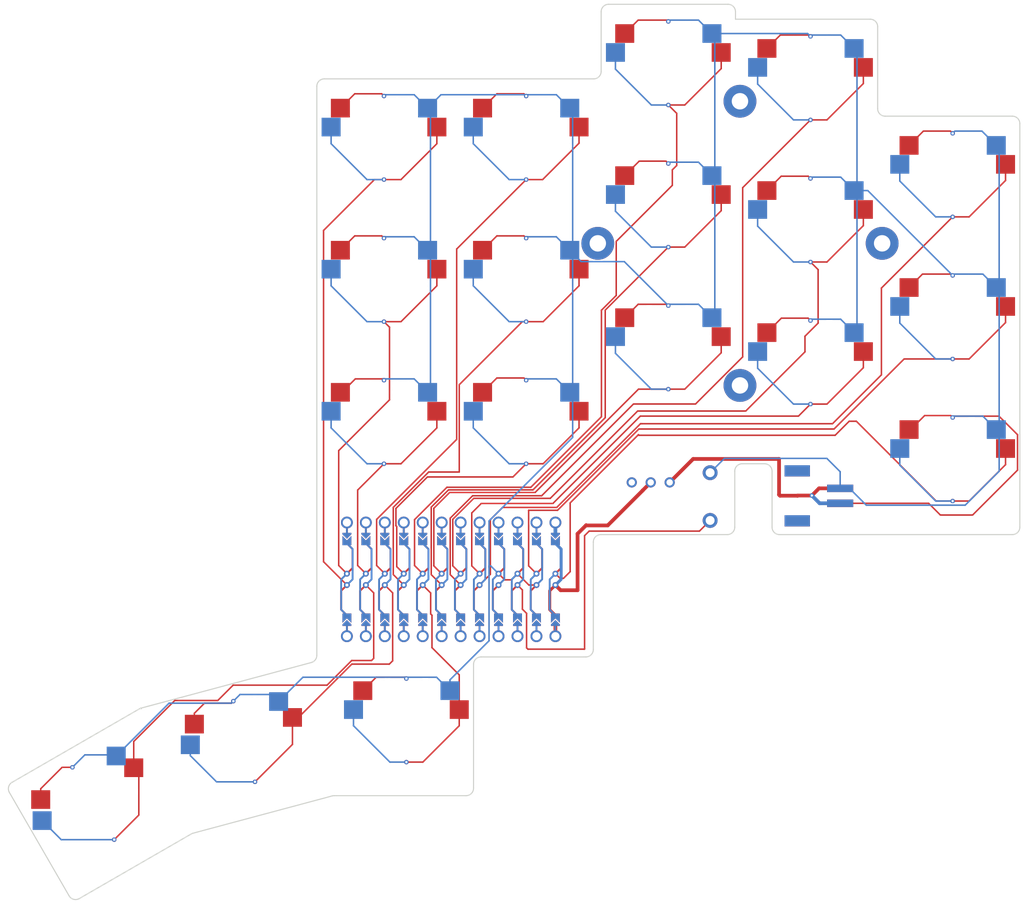
<source format=kicad_pcb>
(kicad_pcb (version 20211014) (generator pcbnew)
  (title_block (title "t_rexth") (rev "v1.0.0") (company "Unknown"))
  (layers (0 "F.Cu" signal) (31 "B.Cu" signal) (34 "B.Paste" user) (35 "F.Paste" user) (36 "B.SilkS" user "B.Silkscreen") (37 "F.SilkS" user "F.Silkscreen") (38 "B.Mask" user) (39 "F.Mask" user) (44 "Edge.Cuts" user))
  (net 0 "")
  (net 1 "P8")
  (net 2 "GND")
  (net 3 "P9")
  (net 4 "P10")
  (net 5 "P6")
  (net 6 "P15")
  (net 7 "P7")
  (net 8 "P4")
  (net 9 "P19")
  (net 10 "P5")
  (net 11 "P2")
  (net 12 "P3")
  (net 13 "P20")
  (net 14 "P1")
  (net 15 "P0")
  (net 16 "P21")
  (net 17 "P18")
  (net 18 "P14")
  (net 19 "P16")
  (net 20 "RAW")
  (net 21 "RST")
  (net 22 "VCC")
  (net 23 "BATT")
  (footprint "MX" (layer "F.Cu") (at 178.1 111.9)
    (fp_text reference "S9" hide)
    (fp_text value "" hide)
  )
  (footprint "VIA-0.6mm" (layer "F.Cu") (at 197.3326 168.7576)
    (fp_text reference "REF**" hide)
    (fp_text value "VIA-0.6mm" hide)
  )
  (footprint "MX" (layer "F.Cu") (at 197.15 132.95)
    (fp_text reference "S11" hide)
    (fp_text value "" hide)
  )
  (footprint "Tenting Puck" (layer "F.Cu") (at 187.7 134.95)
    (fp_text reference "_2" hide)
    (fp_text value "")
  )
  (footprint "MX" (layer "F.Cu") (at 216.2 126.9)
    (fp_text reference "S15" hide)
    (fp_text value "" hide)
  )
  (footprint "PTS636" (layer "F.Cu") (at 183.7 168.9 -90)
    (fp_text reference "B1" hide)
    (fp_text value "RST")
  )
  (footprint "MX" (layer "F.Cu") (at 121.55 202.8 15)
    (fp_text reference "S17" hide)
    (fp_text value "" hide)
  )
  (footprint "MX" (layer "F.Cu") (at 143 200)
    (fp_text reference "S16" hide)
    (fp_text value "" hide)
  )
  (footprint "MX" (layer "F.Cu") (at 159.05 140.95)
    (fp_text reference "S5" hide)
    (fp_text value "" hide)
  )
  (footprint "MX" (layer "F.Cu") (at 159.05 160)
    (fp_text reference "S4" hide)
    (fp_text value "" hide)
  )
  (footprint "MX" (layer "F.Cu") (at 178.1 150)
    (fp_text reference "S7" hide)
    (fp_text value "" hide)
  )
  (footprint "MX" (layer "F.Cu") (at 140 160)
    (fp_text reference "S1" hide)
    (fp_text value "" hide)
  )
  (footprint "SWITCH_09-10290_EOZ" (layer "F.Cu") (at 173.2 167)
    (fp_text reference "T1" hide)
    (fp_text value "")
  )
  (footprint "MX" (layer "F.Cu") (at 140 140.95)
    (fp_text reference "S2" hide)
    (fp_text value "" hide)
  )
  (footprint "MX" (layer "F.Cu") (at 140 121.9)
    (fp_text reference "S3" hide)
    (fp_text value "" hide)
  )
  (footprint "17754692" (layer "F.Cu") (at 197.2 168.8 90)
    (fp_text reference "JST_PH_SMD1" hide)
    (fp_text value "17754692" hide)
  )
  (footprint "MX" (layer "F.Cu") (at 197.15 152)
    (fp_text reference "S10" hide)
    (fp_text value "" hide)
  )
  (footprint "MX" (layer "F.Cu") (at 178.1 130.95)
    (fp_text reference "S8" hide)
    (fp_text value "" hide)
  )
  (footprint "MX" (layer "F.Cu") (at 101.6 211 30)
    (fp_text reference "S18" hide)
    (fp_text value "" hide)
  )
  (footprint "MX" (layer "F.Cu") (at 216.2 145.95)
    (fp_text reference "S14" hide)
    (fp_text value "" hide)
  )
  (footprint "MX" (layer "F.Cu") (at 197.15 113.9)
    (fp_text reference "S12" hide)
    (fp_text value "" hide)
  )
  (footprint "ProMicro" (layer "F.Cu") (at 149 180 180)
    (fp_text reference "MCU1" hide)
    (fp_text value "")
  )
  (footprint "MX" (layer "F.Cu") (at 159.05 121.9)
    (fp_text reference "S6" hide)
    (fp_text value "" hide)
  )
  (footprint "MX" (layer "F.Cu") (at 216.2 165)
    (fp_text reference "S13" hide)
    (fp_text value "" hide)
  )
  (gr_line (start 225.2 173) (end 225.2 118.9) (layer "Edge.Cuts") (width 0.15))
  (gr_line (start 107.405702 197.255771) (end 107.458617 197.347422) (layer "Edge.Cuts") (width 0.15))
  (gr_arc (start 131 113.9) (mid 131.292893 113.192893) (end 132 112.9) (layer "Edge.Cuts") (width 0.15))
  (gr_line (start 107.436333 197.26426) (end 130.258819 191.148993) (layer "Edge.Cuts") (width 0.15))
  (gr_arc (start 114.185466 214.126082) (mid 114.302783 214.068228) (end 114.426647 214.026182) (layer "Edge.Cuts") (width 0.15))
  (gr_line (start 187.1 104.9) (end 205.15 104.9) (layer "Edge.Cuts") (width 0.15))
  (gr_arc (start 152 191.4) (mid 152.292893 190.692893) (end 153 190.4) (layer "Edge.Cuts") (width 0.15))
  (gr_arc (start 186.1 102.9) (mid 186.807107 103.192893) (end 187.1 103.9) (layer "Edge.Cuts") (width 0.15))
  (gr_arc (start 187 173) (mid 186.707107 173.707107) (end 186 174) (layer "Edge.Cuts") (width 0.15))
  (gr_arc (start 130.999999 190.183068) (mid 130.793353 190.791829) (end 130.258819 191.148993) (layer "Edge.Cuts") (width 0.15))
  (gr_arc (start 205.15 104.9) (mid 205.857107 105.192893) (end 206.15 105.9) (layer "Edge.Cuts") (width 0.15))
  (gr_line (start 131 190.183068) (end 131 113.9) (layer "Edge.Cuts") (width 0.15))
  (gr_arc (start 89.805771 208.571797) (mid 89.705871 207.812978) (end 90.171797 207.205771) (layer "Edge.Cuts") (width 0.15))
  (gr_line (start 133.316267 209) (end 151 209) (layer "Edge.Cuts") (width 0.15))
  (gr_line (start 107.458617 197.347422) (end 107.436333 197.26426) (layer "Edge.Cuts") (width 0.15))
  (gr_line (start 191 164.5) (end 188 164.5) (layer "Edge.Cuts") (width 0.15))
  (gr_line (start 206.15 116.9) (end 206.15 105.9) (layer "Edge.Cuts") (width 0.15))
  (gr_line (start 132 112.9) (end 168.1 112.9) (layer "Edge.Cuts") (width 0.15))
  (gr_line (start 169.05 174) (end 186 174) (layer "Edge.Cuts") (width 0.15))
  (gr_line (start 193 174) (end 224.2 174) (layer "Edge.Cuts") (width 0.15))
  (gr_line (start 152 208) (end 152 191.4) (layer "Edge.Cuts") (width 0.15))
  (gr_arc (start 133.057448 209.034074) (mid 133.185741 209.008555) (end 133.316267 209) (layer "Edge.Cuts") (width 0.15))
  (gr_arc (start 191 164.5) (mid 191.707107 164.792893) (end 192 165.5) (layer "Edge.Cuts") (width 0.15))
  (gr_arc (start 224.2 117.9) (mid 224.907107 118.192893) (end 225.2 118.9) (layer "Edge.Cuts") (width 0.15))
  (gr_arc (start 152 208) (mid 151.707107 208.707107) (end 151 209) (layer "Edge.Cuts") (width 0.15))
  (gr_line (start 169.1 111.9) (end 169.1 103.9) (layer "Edge.Cuts") (width 0.15))
  (gr_line (start 187.1 104.9) (end 187.1 103.9) (layer "Edge.Cuts") (width 0.15))
  (gr_arc (start 169.1 103.9) (mid 169.392893 103.192893) (end 170.1 102.9) (layer "Edge.Cuts") (width 0.15))
  (gr_arc (start 193 174) (mid 192.292893 173.707107) (end 192 173) (layer "Edge.Cuts") (width 0.15))
  (gr_arc (start 99.171797 222.794229) (mid 98.412978 222.894129) (end 97.805771 222.428203) (layer "Edge.Cuts") (width 0.15))
  (gr_line (start 207.15 117.9) (end 224.2 117.9) (layer "Edge.Cuts") (width 0.15))
  (gr_arc (start 169.1 111.9) (mid 168.807107 112.607107) (end 168.1 112.9) (layer "Edge.Cuts") (width 0.15))
  (gr_arc (start 168.05 175) (mid 168.342893 174.292893) (end 169.05 174) (layer "Edge.Cuts") (width 0.15))
  (gr_line (start 168.05 175) (end 168.05 189.4) (layer "Edge.Cuts") (width 0.15))
  (gr_arc (start 187 165.5) (mid 187.292893 164.792893) (end 188 164.5) (layer "Edge.Cuts") (width 0.15))
  (gr_line (start 90.171797 207.205771) (end 107.405702 197.255771) (layer "Edge.Cuts") (width 0.15))
  (gr_line (start 89.805771 208.571797) (end 97.805771 222.428203) (layer "Edge.Cuts") (width 0.15))
  (gr_arc (start 168.05 189.4) (mid 167.757107 190.107107) (end 167.05 190.4) (layer "Edge.Cuts") (width 0.15))
  (gr_arc (start 207.15 117.9) (mid 206.442893 117.607107) (end 206.15 116.9) (layer "Edge.Cuts") (width 0.15))
  (gr_line (start 187 165.5) (end 187 173) (layer "Edge.Cuts") (width 0.15))
  (gr_line (start 186.1 102.9) (end 170.1 102.9) (layer "Edge.Cuts") (width 0.15))
  (gr_line (start 114.426647 214.026182) (end 133.057448 209.034074) (layer "Edge.Cuts") (width 0.15))
  (gr_line (start 153 190.4) (end 167.05 190.4) (layer "Edge.Cuts") (width 0.15))
  (gr_line (start 192 173) (end 192 165.5) (layer "Edge.Cuts") (width 0.15))
  (gr_arc (start 225.2 173) (mid 224.907107 173.707107) (end 224.2 174) (layer "Edge.Cuts") (width 0.15))
  (gr_line (start 99.171797 222.794229) (end 114.185466 214.126083) (layer "Edge.Cuts") (width 0.15))
  (segment (start 162.97 187.62) (end 162.97 186.35) (width 0.5) (layer "F.Cu") (net 0))
  (segment (start 162.97 172.38) (end 162.97 174.158) (width 0.5) (layer "B.Cu") (net 0))
  (segment (start 140 164.5) (end 136.470489 168.029511) (width 0.2) (layer "F.Cu") (net 1))
  (segment (start 147.085 157.46) (end 147.085 159.692653) (width 0.2) (layer "F.Cu") (net 1))
  (segment (start 142.277653 164.5) (end 140 164.5) (width 0.2) (layer "F.Cu") (net 1))
  (segment (start 136.470489 178.138489) (end 137.57 179.238) (width 0.2) (layer "F.Cu") (net 1))
  (segment (start 136.470489 168.029511) (end 136.470489 178.138489) (width 0.2) (layer "F.Cu") (net 1))
  (segment (start 147.085 159.692653) (end 142.277653 164.5) (width 0.2) (layer "F.Cu") (net 1))
  (segment (start 132.915 157.46) (end 132.915 159.692653) (width 0.2) (layer "B.Cu") (net 1))
  (segment (start 137.722347 164.5) (end 140 164.5) (width 0.2) (layer "B.Cu") (net 1))
  (segment (start 132.915 159.692653) (end 137.722347 164.5) (width 0.2) (layer "B.Cu") (net 1))
  (segment (start 201.125 169.8) (end 212.98 169.8) (width 0.2) (layer "F.Cu") (net 2))
  (segment (start 174.057521 143.120479) (end 177.920479 143.120479) (width 0.2) (layer "F.Cu") (net 2))
  (segment (start 193.2448 144.9832) (end 196.8332 144.9832) (width 0.2) (layer "F.Cu") (net 2))
  (segment (start 155.128 114.9) (end 158.75 114.9) (width 0.2) (layer "F.Cu") (net 2))
  (segment (start 196.970479 107.020479) (end 197.15 107.2) (width 0.2) (layer "F.Cu") (net 2))
  (segment (start 216.020479 139.070479) (end 216.2 139.25) (width 0.2) (layer "F.Cu") (net 2))
  (segment (start 160.43 180.762) (end 159.414 180.762) (width 0.2) (layer "F.Cu") (net 2))
  (segment (start 177.920479 105.020479) (end 178.1 105.2) (width 0.2) (layer "F.Cu") (net 2))
  (segment (start 210.5644 159.92) (end 212.4456 158.0388) (width 0.2) (layer "F.Cu") (net 2))
  (segment (start 153.208 154.92) (end 155.128 153) (width 0.2) (layer "F.Cu") (net 2))
  (segment (start 136.078 114.9) (end 139.7 114.9) (width 0.2) (layer "F.Cu") (net 2))
  (segment (start 139.7 114.9) (end 140 115.2) (width 0.2) (layer "F.Cu") (net 2))
  (segment (start 214.5538 171.3738) (end 218.8718 171.3738) (width 0.2) (layer "F.Cu") (net 2))
  (segment (start 136.078 133.95) (end 139.7 133.95) (width 0.2) (layer "F.Cu") (net 2))
  (segment (start 156.1726 180.0606) (end 157.0674 180.0606) (width 0.2) (layer "F.Cu") (net 2))
  (segment (start 210.358 159.92) (end 210.5644 159.92) (width 0.2) (layer "F.Cu") (net 2))
  (segment (start 224.8916 160.6042) (end 222.407879 158.120479) (width 0.2) (layer "F.Cu") (net 2))
  (segment (start 158.75 153) (end 159.05 153.3) (width 0.2) (layer "F.Cu") (net 2))
  (segment (start 158.75 133.95) (end 159.05 134.25) (width 0.2) (layer "F.Cu") (net 2))
  (segment (start 212.278 119.9) (end 215.9 119.9) (width 0.2) (layer "F.Cu") (net 2))
  (segment (start 96.874641 205.19763) (end 98.25 205.19763) (width 0.2) (layer "F.Cu") (net 2))
  (segment (start 134.158 154.92) (end 134.3606 154.92) (width 0.2) (layer "F.Cu") (net 2))
  (segment (start 139.7 133.95) (end 140 134.25) (width 0.2) (layer "F.Cu") (net 2))
  (segment (start 222.407879 158.120479) (end 216.379521 158.120479) (width 0.2) (layer "F.Cu") (net 2))
  (segment (start 210.358 121.82) (end 212.278 119.9) (width 0.2) (layer "F.Cu") (net 2))
  (segment (start 94.00068 209.521591) (end 94.00068 208.071591) (width 0.2) (layer "F.Cu") (net 2))
  (segment (start 177.7766 123.9266) (end 178.1 124.25) (width 0.2) (layer "F.Cu") (net 2))
  (segment (start 142.820479 193.120479) (end 143 193.3) (width 0.2) (layer "F.Cu") (net 2))
  (segment (start 153.208 135.87) (end 155.128 133.95) (width 0.2) (layer "F.Cu") (net 2))
  (segment (start 172.258 106.82) (end 174.057521 105.020479) (width 0.2) (layer "F.Cu") (net 2))
  (segment (start 114.592261 197.955118) (end 115.951379 196.596) (width 0.2) (layer "F.Cu") (net 2))
  (segment (start 115.951379 196.596) (end 119.548209 196.596) (width 0.2) (layer "F.Cu") (net 2))
  (segment (start 155.35 179.238) (end 156.1726 180.0606) (width 0.2) (layer "F.Cu") (net 2))
  (segment (start 174.2014 123.9266) (end 177.7766 123.9266) (width 0.2) (layer "F.Cu") (net 2))
  (segment (start 196.8332 144.9832) (end 197.15 145.3) (width 0.2) (layer "F.Cu") (net 2))
  (segment (start 191.308 146.92) (end 193.2448 144.9832) (width 0.2) (layer "F.Cu") (net 2))
  (segment (start 136.160121 153.120479) (end 139.820479 153.120479) (width 0.2) (layer "F.Cu") (net 2))
  (segment (start 159.414 180.762) (end 157.89 179.238) (width 0.2) (layer "F.Cu") (net 2))
  (segment (start 177.920479 143.120479) (end 178.1 143.3) (width 0.2) (layer "F.Cu") (net 2))
  (segment (start 172.258 144.92) (end 174.057521 143.120479) (width 0.2) (layer "F.Cu") (net 2))
  (segment (start 196.85 125.95) (end 197.15 126.25) (width 0.2) (layer "F.Cu") (net 2))
  (segment (start 193.228 125.95) (end 196.85 125.95) (width 0.2) (layer "F.Cu") (net 2))
  (segment (start 134.158 135.87) (end 136.078 133.95) (width 0.2) (layer "F.Cu") (net 2))
  (segment (start 138.957521 193.120479) (end 142.820479 193.120479) (width 0.2) (layer "F.Cu") (net 2))
  (segment (start 134.3606 154.92) (end 136.160121 153.120479) (width 0.2) (layer "F.Cu") (net 2))
  (segment (start 210.358 140.87) (end 212.157521 139.070479) (width 0.2) (layer "F.Cu") (net 2))
  (segment (start 216.379521 158.120479) (end 216.2 158.3) (width 0.2) (layer "F.Cu") (net 2))
  (segment (start 215.9388 158.0388) (end 216.2 158.3) (width 0.2) (layer "F.Cu") (net 2))
  (segment (start 224.8916 165.354) (end 224.8916 160.6042) (width 0.2) (layer "F.Cu") (net 2))
  (segment (start 114.592261 199.405118) (end 114.592261 197.955118) (width 0.2) (layer "F.Cu") (net 2))
  (segment (start 212.4456 158.0388) (end 215.9388 158.0388) (width 0.2) (layer "F.Cu") (net 2))
  (segment (start 174.057521 105.020479) (end 177.920479 105.020479) (width 0.2) (layer "F.Cu") (net 2))
  (segment (start 139.820479 153.120479) (end 140 153.3) (width 0.2) (layer "F.Cu") (net 2))
  (segment (start 94.00068 208.071591) (end 96.874641 205.19763) (width 0.2) (layer "F.Cu") (net 2))
  (segment (start 191.308 127.87) (end 193.228 125.95) (width 0.2) (layer "F.Cu") (net 2))
  (segment (start 191.308 108.82) (end 193.107521 107.020479) (width 0.2) (layer "F.Cu") (net 2))
  (segment (start 155.128 153) (end 158.75 153) (width 0.2) (layer "F.Cu") (net 2))
  (segment (start 172.258 125.87) (end 174.2014 123.9266) (width 0.2) (layer "F.Cu") (net 2))
  (segment (start 134.158 116.82) (end 136.078 114.9) (width 0.2) (layer "F.Cu") (net 2))
  (segment (start 212.157521 139.070479) (end 216.020479 139.070479) (width 0.2) (layer "F.Cu") (net 2))
  (segment (start 215.9 119.9) (end 216.2 120.2) (width 0.2) (layer "F.Cu") (net 2))
  (segment (start 158.75 114.9) (end 159.05 115.2) (width 0.2) (layer "F.Cu") (net 2))
  (segment (start 153.208 116.82) (end 155.128 114.9) (width 0.2) (layer "F.Cu") (net 2))
  (segment (start 119.548209 196.596) (end 119.815912 196.328297) (width 0.2) (layer "F.Cu") (net 2))
  (segment (start 218.8718 171.3738) (end 224.8916 165.354) (width 0.2) (layer "F.Cu") (net 2))
  (segment (start 155.128 133.95) (end 158.75 133.95) (width 0.2) (layer "F.Cu") (net 2))
  (segment (start 157.0674 180.0606) (end 157.89 179.238) (width 0.2) (layer "F.Cu") (net 2))
  (segment (start 193.107521 107.020479) (end 196.970479 107.020479) (width 0.2) (layer "F.Cu") (net 2))
  (segment (start 212.98 169.8) (end 214.5538 171.3738) (width 0.2) (layer "F.Cu") (net 2))
  (segment (start 137.158 194.92) (end 138.957521 193.120479) (width 0.2) (layer "F.Cu") (net 2))
  (segment (start 184.330421 125.481579) (end 184.330421 107.208421) (width 0.2) (layer "B.Cu") (net 2))
  (segment (start 159.229521 115.020479) (end 159.05 115.2) (width 0.2) (layer "B.Cu") (net 2))
  (segment (start 201.125 167.8) (end 202.375 167.8) (width 0.2) (layer "B.Cu") (net 2))
  (segment (start 104.11932 203.679591) (end 111.202911 196.596) (width 0.2) (layer "B.Cu") (net 2))
  (segment (start 185.6208 163.7792) (end 199.3392 163.7792) (width 0.2) (layer "B.Cu") (net 2))
  (segment (start 145.842 154.92) (end 144.042479 153.120479) (width 0.2) (layer "B.Cu") (net 2))
  (segment (start 201.192479 126.070479) (end 197.329521 126.070479) (width 0.2) (layer "B.Cu") (net 2))
  (segment (start 222.042 159.92) (end 222.430421 159.531579) (width 0.2) (layer "B.Cu") (net 2))
  (segment (start 183.942 125.87) (end 182.142479 124.070479) (width 0.2) (layer "B.Cu") (net 2))
  (segment (start 163.092479 115.020479) (end 159.229521 115.020479) (width 0.2) (layer "B.Cu") (net 2))
  (segment (start 202.992 127.87) (end 201.192479 126.070479) (width 0.2) (layer "B.Cu") (net 2))
  (segment (start 183.942 144.92) (end 182.142479 143.120479) (width 0.2) (layer "B.Cu") (net 2))
  (segment (start 203.380421 109.208421) (end 202.992 108.82) (width 0.2) (layer "B.Cu") (net 2))
  (segment (start 164.892 135.87) (end 165.280421 135.481579) (width 0.2) (layer "B.Cu") (net 2))
  (segment (start 202.992 146.92) (end 203.380421 146.531579) (width 0.2) (layer "B.Cu") (net 2))
  (segment (start 203.380421 127.481579) (end 203.380421 109.208421) (width 0.2) (layer "B.Cu") (net 2))
  (segment (start 165.280421 117.208421) (end 164.892 116.82) (width 0.2) (layer "B.Cu") (net 2))
  (segment (start 201.192479 107.020479) (end 197.329521 107.020479) (width 0.2) (layer "B.Cu") (net 2))
  (segment (start 222.430421 140.481579) (end 222.430421 122.208421) (width 0.2) (layer "B.Cu") (net 2))
  (segment (start 222.430421 141.258421) (end 222.042 140.87) (width 0.2) (layer "B.Cu") (net 2))
  (segment (start 154.0764 188.2356) (end 154.0764 178.2064) (width 0.2) (layer "B.Cu") (net 2))
  (segment (start 220.242479 158.120479) (end 216.379521 158.120479) (width 0.2) (layer "B.Cu") (net 2))
  (segment (start 220.242479 139.070479) (end 216.379521 139.070479) (width 0.2) (layer "B.Cu") (net 2))
  (segment (start 203.380421 146.531579) (end 203.380421 128.258421) (width 0.2) (layer "B.Cu") (net 2))
  (segment (start 201.125 165.565) (end 201.125 167.8) (width 0.2) (layer "B.Cu") (net 2))
  (segment (start 164.892 135.87) (end 166.421511 137.399511) (width 0.2) (layer "B.Cu") (net 2))
  (segment (start 182.142479 105.020479) (end 178.279521 105.020479) (width 0.2) (layer "B.Cu") (net 2))
  (segment (start 163.092479 134.070479) (end 159.229521 134.070479) (width 0.2) (layer "B.Cu") (net 2))
  (segment (start 145.842 116.82) (end 144.042479 115.020479) (width 0.2) (layer "B.Cu") (net 2))
  (segment (start 222.430421 165.503779) (end 222.430421 160.308421) (width 0.2) (layer "B.Cu") (net 2))
  (segment (start 103.970799 203.53107) (end 99.91656 203.53107) (width 0.2) (layer "B.Cu") (net 2))
  (segment (start 165.280421 160.965345) (end 154.0764 172.169366) (width 0.2) (layer "B.Cu") (net 2))
  (segment (start 145.842 135.87) (end 146.230421 135.481579) (width 0.2) (layer "B.Cu") (net 2))
  (segment (start 182.142479 124.070479) (end 178.279521 124.070479) (width 0.2) (layer "B.Cu") (net 2))
  (segment (start 202.992 127.87) (end 204.82 127.87) (width 0.2) (layer "B.Cu") (net 2))
  (segment (start 197.329521 126.070479) (end 197.15 126.25) (width 0.2) (layer "B.Cu") (net 2))
  (segment (start 144.042479 134.070479) (end 140.179521 134.070479) (width 0.2) (layer "B.Cu") (net 2))
  (segment (start 217.8812 170.053) (end 222.430421 165.503779) (width 0.2) (layer "B.Cu") (net 2))
  (segment (start 222.430421 160.308421) (end 222.042 159.92) (width 0.2) (layer "B.Cu") (net 2))
  (segment (start 222.430421 159.531579) (end 222.430421 141.258421) (width 0.2) (layer "B.Cu") (net 2))
  (segment (start 154.0764 172.169366) (end 154.0764 178.435) (width 0.2) (layer "B.Cu") (net 2))
  (segment (start 164.892 154.92) (end 165.280421 155.308421) (width 0.2) (layer "B.Cu") (net 2))
  (segment (start 164.892 154.92) (end 165.280421 154.531579) (width 0.2) (layer "B.Cu") (net 2))
  (segment (start 222.042 121.82) (end 220.122 119.9) (width 0.2) (layer "B.Cu") (net 2))
  (segment (start 159.229521 134.070479) (end 159.05 134.25) (width 0.2) (layer "B.Cu") (net 2))
  (segment (start 140.179521 153.120479) (end 140 153.3) (width 0.2) (layer "B.Cu") (net 2))
  (segment (start 165.280421 135.481579) (end 165.280421 117.208421) (width 0.2) (layer "B.Cu") (net 2))
  (segment (start 148.842 194.92) (end 147.042479 193.120479) (width 0.2) (layer "B.Cu") (net 2))
  (segment (start 197.329521 145.120479) (end 197.15 145.3) (width 0.2) (layer "B.Cu") (net 2))
  (segment (start 146.230421 136.258421) (end 145.842 135.87) (width 0.2) (layer "B.Cu") (net 2))
  (segment (start 146.230421 154.531579) (end 146.230421 136.258421) (width 0.2) (layer "B.Cu") (net 2))
  (segment (start 154.3184 178.2064) (end 155.35 179.238) (width 0.2) (layer "B.Cu") (net 2))
  (segment (start 145.842 135.87) (end 144.042479 134.070479) (width 0.2) (layer "B.Cu") (net 2))
  (segment (start 158.870479 115.020479) (end 159.05 115.2) (width 0.2) (layer "B.Cu") (net 2))
  (segment (start 164.892 154.92) (end 163.092479 153.120479) (width 0.2) (layer "B.Cu") (net 2))
  (segment (start 222.042 140.87) (end 222.430421 140.481579) (width 0.2) (layer "B.Cu") (net 2))
  (segment (start 142.820479 193.120479) (end 143 193.3) (width 0.2) (layer "B.Cu") (net 2))
  (segment (start 163.092479 153.120479) (end 159.229521 153.120479) (width 0.2) (layer "B.Cu") (net 2))
  (segment (start 165.280421 155.308421) (end 165.280421 160.965345) (width 0.2) (layer "B.Cu") (net 2))
  (segment (start 147.042479 193.120479) (end 143.179521 193.120479) (width 0.2) (layer "B.Cu") (net 2))
  (segment (start 159.229521 153.120479) (end 159.05 153.3) (width 0.2) (layer "B.Cu") (net 2))
  (segment (start 164.892 135.87) (end 163.092479 134.070479) (width 0.2) (layer "B.Cu") (net 2))
  (segment (start 202.992 146.92) (end 201.192479 145.120479) (width 0.2) (layer "B.Cu") (net 2))
  (segment (start 203.380421 128.258421) (end 202.992 127.87) (width 0.2) (layer "B.Cu") (net 2))
  (segment (start 183.942 125.87) (end 184.330421 125.481579) (width 0.2) (layer "B.Cu") (net 2))
  (segment (start 202.992 108.82) (end 201.192479 107.020479) (width 0.2) (layer "B.Cu") (net 2))
  (segment (start 144.042479 115.020479) (end 140.179521 115.020479) (width 0.2) (layer "B.Cu") (net 2))
  (segment (start 216.379521 158.120479) (end 216.2 158.3) (width 0.2) (layer "B.Cu") (net 2))
  (segment (start 216.379521 139.070479) (end 216.2 139.25) (width 0.2) (layer "B.Cu") (net 2))
  (segment (start 183.7 165.7) (end 185.6208 163.7792) (width 0.2) (layer "B.Cu") (net 2))
  (segment (start 184.330421 144.531579) (end 184.330421 126.258421) (width 0.2) (layer "B.Cu") (net 2))
  (segment (start 99.91656 203.53107) (end 98.25 205.19763) (width 0.2) (layer "B.Cu") (net 2))
  (segment (start 145.842 154.92) (end 146.230421 154.531579) (width 0.2) (layer "B.Cu") (net 2))
  (segment (start 183.942 106.82) (end 182.142479 105.020479) (width 0.2) (layer "B.Cu") (net 2))
  (segment (start 178.279521 143.120479) (end 178.1 143.3) (width 0.2) (layer "B.Cu") (net 2))
  (segment (start 165.280421 136.258421) (end 164.892 135.87) (width 0.2) (layer "B.Cu") (net 2))
  (segment (start 184.330421 107.208421) (end 183.942 106.82) (width 0.2) (layer "B.Cu") (net 2))
  (segment (start 202.992 127.87) (end 203.380421 127.481579) (width 0.2) (layer "B.Cu") (net 2))
  (segment (start 197.15 107.2) (end 196.77 106.82) (width 0.2) (layer "B.Cu") (net 2))
  (segment (start 146.230421 135.481579) (end 146.230421 117.208421) (width 0.2) (layer "B.Cu") (net 2))
  (segment (start 148.842 193.47) (end 154.0764 188.2356) (width 0.2) (layer "B.Cu") (net 2))
  (segment (start 144.042479 153.120479) (end 140.179521 153.120479) (width 0.2) (layer "B.Cu") (net 2))
  (segment (start 222.042 159.92) (end 220.242479 158.120479) (width 0.2) (layer "B.Cu") (net 2))
  (segment (start 129.138735 193.120479) (end 142.820479 193.120479) (width 0.2) (layer "B.Cu") (net 2))
  (segment (start 216.5 119.9) (end 216.2 120.2) (width 0.2) (layer "B.Cu") (net 2))
  (segment (start 196.77 106.82) (end 183.942 106.82) (width 0.2) (layer "B.Cu") (net 2))
  (segment (start 120.708034 195.436175) (end 119.815912 196.328297) (width 0.2) (layer "B.Cu") (net 2))
  (segment (start 119.548209 196.596) (end 119.815912 196.328297) (width 0.2) (layer "B.Cu") (net 2))
  (segment (start 178.279521 105.020479) (end 178.1 105.2) (width 0.2) (layer "B.Cu") (net 2))
  (segment (start 104.11932 203.679591) (end 103.970799 203.53107) (width 0.2) (layer "B.Cu") (net 2))
  (segment (start 148.842 194.92) (end 148.842 193.47) (width 0.2) (layer "B.Cu") (net 2))
  (segment (start 183.942 144.92) (end 184.330421 144.531579) (width 0.2) (layer "B.Cu") (net 2))
  (segment (start 166.421511 137.399511) (end 172.199511 137.399511) (width 0.2) (layer "B.Cu") (net 2))
  (segment (start 143.179521 193.120479) (end 143 193.3) (width 0.2) (layer "B.Cu") (net 2))
  (segment (start 146.230421 117.208421) (end 145.842 116.82) (width 0.2) (layer "B.Cu") (net 2))
  (segment (start 222.042 140.87) (end 220.242479 139.070479) (width 0.2) (layer "B.Cu") (net 2))
  (segment (start 222.430421 122.208421) (end 222.042 121.82) (width 0.2) (layer "B.Cu") (net 2))
  (segment (start 111.202911 196.596) (end 119.548209 196.596) (width 0.2) (layer "B.Cu") (net 2))
  (segment (start 202.375 167.8) (end 204.628 170.053) (width 0.2) (layer "B.Cu") (net 2))
  (segment (start 204.82 127.87) (end 216.2 139.25) (width 0.2) (layer "B.Cu") (net 2))
  (segment (start 147.641521 115.020479) (end 158.870479 115.020479) (width 0.2) (layer "B.Cu") (net 2))
  (segment (start 197.329521 107.020479) (end 197.15 107.2) (width 0.2) (layer "B.Cu") (net 2))
  (segment (start 154.0764 178.2064) (end 154.3184 178.2064) (width 0.2) (layer "B.Cu") (net 2))
  (segment (start 145.842 116.82) (end 147.641521 115.020479) (width 0.2) (layer "B.Cu") (net 2))
  (segment (start 140.179521 115.020479) (end 140 115.2) (width 0.2) (layer "B.Cu") (net 2))
  (segment (start 204.628 170.053) (end 217.8812 170.053) (width 0.2) (layer "B.Cu") (net 2))
  (segment (start 178.279521 124.070479) (end 178.1 124.25) (width 0.2) (layer "B.Cu") (net 2))
  (segment (start 124.933237 195.436175) (end 120.708034 195.436175) (width 0.2) (layer "B.Cu") (net 2))
  (segment (start 182.142479 143.120479) (end 178.279521 143.120479) (width 0.2) (layer "B.Cu") (net 2))
  (segment (start 199.3392 163.7792) (end 201.125 165.565) (width 0.2) (layer "B.Cu") (net 2))
  (segment (start 125.878138 196.381076) (end 129.138735 193.120479) (width 0.2) (layer "B.Cu") (net 2))
  (segment (start 140.179521 134.070479) (end 140 134.25) (width 0.2) (layer "B.Cu") (net 2))
  (segment (start 172.199511 137.399511) (end 178.1 143.3) (width 0.2) (layer "B.Cu") (net 2))
  (segment (start 201.192479 145.120479) (end 197.329521 145.120479) (width 0.2) (layer "B.Cu") (net 2))
  (segment (start 184.330421 126.258421) (end 183.942 125.87) (width 0.2) (layer "B.Cu") (net 2))
  (segment (start 125.878138 196.381076) (end 124.933237 195.436175) (width 0.2) (layer "B.Cu") (net 2))
  (segment (start 165.280421 154.531579) (end 165.280421 136.258421) (width 0.2) (layer "B.Cu") (net 2))
  (segment (start 164.892 116.82) (end 163.092479 115.020479) (width 0.2) (layer "B.Cu") (net 2))
  (segment (start 220.122 119.9) (end 216.5 119.9) (width 0.2) (layer "B.Cu") (net 2))
  (segment (start 140 145.45) (end 140.740479 146.190479) (width 0.2) (layer "F.Cu") (net 3))
  (segment (start 142.277653 145.45) (end 140 145.45) (width 0.2) (layer "F.Cu") (net 3))
  (segment (start 133.930489 178.138489) (end 135.03 179.238) (width 0.2) (layer "F.Cu") (net 3))
  (segment (start 147.085 138.41) (end 147.085 140.642653) (width 0.2) (layer "F.Cu") (net 3))
  (segment (start 147.085 140.642653) (end 142.277653 145.45) (width 0.2) (layer "F.Cu") (net 3))
  (segment (start 140.740479 155.931521) (end 133.930489 162.741511) (width 0.2) (layer "F.Cu") (net 3))
  (segment (start 133.930489 162.741511) (end 133.930489 178.138489) (width 0.2) (layer "F.Cu") (net 3))
  (segment (start 140.740479 146.190479) (end 140.740479 155.931521) (width 0.2) (layer "F.Cu") (net 3))
  (segment (start 132.915 138.41) (end 132.915 140.642653) (width 0.2) (layer "B.Cu") (net 3))
  (segment (start 132.915 140.642653) (end 137.722347 145.45) (width 0.2) (layer "B.Cu") (net 3))
  (segment (start 137.722347 145.45) (end 140 145.45) (width 0.2) (layer "B.Cu") (net 3))
  (segment (start 131.9022 177.6342) (end 135.03 180.762) (width 0.2) (layer "F.Cu") (net 4))
  (segment (start 138.7252 126.4) (end 131.9022 133.223) (width 0.2) (layer "F.Cu") (net 4))
  (segment (start 147.085 121.592653) (end 142.277653 126.4) (width 0.2) (layer "F.Cu") (net 4))
  (segment (start 131.9022 133.223) (end 131.9022 177.6342) (width 0.2) (layer "F.Cu") (net 4))
  (segment (start 142.277653 126.4) (end 140 126.4) (width 0.2) (layer "F.Cu") (net 4))
  (segment (start 147.085 119.36) (end 147.085 121.592653) (width 0.2) (layer "F.Cu") (net 4))
  (segment (start 140 126.4) (end 138.7252 126.4) (width 0.2) (layer "F.Cu") (net 4))
  (segment (start 132.915 119.36) (end 132.915 121.592653) (width 0.2) (layer "B.Cu") (net 4))
  (segment (start 137.722347 126.4) (end 140 126.4) (width 0.2) (layer "B.Cu") (net 4))
  (segment (start 132.915 121.592653) (end 137.722347 126.4) (width 0.2) (layer "B.Cu") (net 4))
  (segment (start 161.327653 164.5) (end 159.05 164.5) (width 0.2) (layer "F.Cu") (net 5))
  (segment (start 141.7066 178.2946) (end 142.65 179.238) (width 0.2) (layer "F.Cu") (net 5))
  (segment (start 141.600489 172.814723) (end 141.7066 172.920834) (width 0.2) (layer "F.Cu") (net 5))
  (segment (start 141.7066 172.920834) (end 141.7066 178.2946) (width 0.2) (layer "F.Cu") (net 5))
  (segment (start 157.2816 166.2684) (end 145.8214 166.2684) (width 0.2) (layer "F.Cu") (net 5))
  (segment (start 159.05 164.5) (end 157.2816 166.2684) (width 0.2) (layer "F.Cu") (net 5))
  (segment (start 141.600489 170.489311) (end 141.600489 172.814723) (width 0.2) (layer "F.Cu") (net 5))
  (segment (start 166.135 159.692653) (end 161.327653 164.5) (width 0.2) (layer "F.Cu") (net 5))
  (segment (start 166.135 157.46) (end 166.135 159.692653) (width 0.2) (layer "F.Cu") (net 5))
  (segment (start 145.8214 166.2684) (end 141.600489 170.489311) (width 0.2) (layer "F.Cu") (net 5))
  (segment (start 151.965 157.46) (end 151.965 159.692653) (width 0.2) (layer "B.Cu") (net 5))
  (segment (start 151.965 159.692653) (end 156.772347 164.5) (width 0.2) (layer "B.Cu") (net 5))
  (segment (start 156.772347 164.5) (end 159.05 164.5) (width 0.2) (layer "B.Cu") (net 5))
  (segment (start 141.24652 179.35852) (end 141.24652 170.348984) (width 0.2) (layer "F.Cu") (net 6))
  (segment (start 150.0886 165.608) (end 150.0886 153.8986) (width 0.2) (layer "F.Cu") (net 6))
  (segment (start 142.65 180.762) (end 141.24652 179.35852) (width 0.2) (layer "F.Cu") (net 6))
  (segment (start 150.0886 153.8986) (end 158.5372 145.45) (width 0.2) (layer "F.Cu") (net 6))
  (segment (start 166.135 138.41) (end 166.135 140.642653) (width 0.2) (layer "F.Cu") (net 6))
  (segment (start 145.987504 165.608) (end 150.0886 165.608) (width 0.2) (layer "F.Cu") (net 6))
  (segment (start 158.5372 145.45) (end 159.05 145.45) (width 0.2) (layer "F.Cu") (net 6))
  (segment (start 166.135 140.642653) (end 161.327653 145.45) (width 0.2) (layer "F.Cu") (net 6))
  (segment (start 141.24652 170.348984) (end 145.987504 165.608) (width 0.2) (layer "F.Cu") (net 6))
  (segment (start 161.327653 145.45) (end 159.05 145.45) (width 0.2) (layer "F.Cu") (net 6))
  (segment (start 151.965 140.642653) (end 156.772347 145.45) (width 0.2) (layer "B.Cu") (net 6))
  (segment (start 151.965 138.41) (end 151.965 140.642653) (width 0.2) (layer "B.Cu") (net 6))
  (segment (start 156.772347 145.45) (end 159.05 145.45) (width 0.2) (layer "B.Cu") (net 6))
  (segment (start 149.73908 161.23312) (end 139.0142 171.958) (width 0.2) (layer "F.Cu") (net 7))
  (segment (start 159.05 126.4) (end 149.73908 135.71092) (width 0.2) (layer "F.Cu") (net 7))
  (segment (start 149.73908 135.71092) (end 149.73908 161.23312) (width 0.2) (layer "F.Cu") (net 7))
  (segment (start 166.135 121.521942) (end 161.256942 126.4) (width 0.2) (layer "F.Cu") (net 7))
  (segment (start 139.0142 178.1422) (end 140.11 179.238) (width 0.2) (layer "F.Cu") (net 7))
  (segment (start 139.0142 171.958) (end 139.0142 178.1422) (width 0.2) (layer "F.Cu") (net 7))
  (segment (start 161.256942 126.4) (end 159.05 126.4) (width 0.2) (layer "F.Cu") (net 7))
  (segment (start 166.135 119.36) (end 166.135 121.521942) (width 0.2) (layer "F.Cu") (net 7))
  (segment (start 151.965 121.592653) (end 156.772347 126.4) (width 0.2) (layer "B.Cu") (net 7))
  (segment (start 156.772347 126.4) (end 159.05 126.4) (width 0.2) (layer "B.Cu") (net 7))
  (segment (start 151.965 119.36) (end 151.965 121.592653) (width 0.2) (layer "B.Cu") (net 7))
  (segment (start 146.680489 178.188489) (end 147.73 179.238) (width 0.2) (layer "F.Cu") (net 8))
  (segment (start 185.185 147.46) (end 185.185 149.621942) (width 0.2) (layer "F.Cu") (net 8))
  (segment (start 148.7932 168.3512) (end 146.680489 170.463911) (width 0.2) (layer "F.Cu") (net 8))
  (segment (start 174.0998 154.5) (end 160.2486 168.3512) (width 0.2) (layer "F.Cu") (net 8))
  (segment (start 160.2486 168.3512) (end 148.7932 168.3512) (width 0.2) (layer "F.Cu") (net 8))
  (segment (start 146.680489 170.463911) (end 146.680489 178.188489) (width 0.2) (layer "F.Cu") (net 8))
  (segment (start 185.185 149.621942) (end 180.306942 154.5) (width 0.2) (layer "F.Cu") (net 8))
  (segment (start 178.1 154.5) (end 174.0998 154.5) (width 0.2) (layer "F.Cu") (net 8))
  (segment (start 180.306942 154.5) (end 178.1 154.5) (width 0.2) (layer "F.Cu") (net 8))
  (segment (start 171.015 149.692653) (end 175.822347 154.5) (width 0.2) (layer "B.Cu") (net 8))
  (segment (start 171.015 147.46) (end 171.015 149.692653) (width 0.2) (layer "B.Cu") (net 8))
  (segment (start 175.822347 154.5) (end 178.1 154.5) (width 0.2) (layer "B.Cu") (net 8))
  (segment (start 159.96312 168.00168) (end 148.648424 168.00168) (width 0.2) (layer "F.Cu") (net 9))
  (segment (start 180.306942 135.45) (end 178.1 135.45) (width 0.2) (layer "F.Cu") (net 9))
  (segment (start 178.1 135.45) (end 169.6466 143.9034) (width 0.2) (layer "F.Cu") (net 9))
  (segment (start 185.185 128.41) (end 185.185 130.571942) (width 0.2) (layer "F.Cu") (net 9))
  (segment (start 146.330969 170.319135) (end 146.330969 179.362969) (width 0.2) (layer "F.Cu") (net 9))
  (segment (start 185.185 130.571942) (end 180.306942 135.45) (width 0.2) (layer "F.Cu") (net 9))
  (segment (start 146.330969 179.362969) (end 147.73 180.762) (width 0.2) (layer "F.Cu") (net 9))
  (segment (start 148.648424 168.00168) (end 146.330969 170.319135) (width 0.2) (layer "F.Cu") (net 9))
  (segment (start 169.6466 143.9034) (end 169.6466 158.3182) (width 0.2) (layer "F.Cu") (net 9))
  (segment (start 169.6466 158.3182) (end 159.96312 168.00168) (width 0.2) (layer "F.Cu") (net 9))
  (segment (start 175.822347 135.45) (end 178.1 135.45) (width 0.2) (layer "B.Cu") (net 9))
  (segment (start 171.015 130.642653) (end 175.822347 135.45) (width 0.2) (layer "B.Cu") (net 9))
  (segment (start 171.015 128.41) (end 171.015 130.642653) (width 0.2) (layer "B.Cu") (net 9))
  (segment (start 185.185 109.36) (end 185.185 111.521942) (width 0.2) (layer "F.Cu") (net 10))
  (segment (start 178.6382 125.095) (end 178.6382 127.168412) (width 0.2) (layer "F.Cu") (net 10))
  (segment (start 144.0942 178.1422) (end 145.19 179.238) (width 0.2) (layer "F.Cu") (net 10))
  (segment (start 169.1386 158.1912) (end 159.67764 167.65216) (width 0.2) (layer "F.Cu") (net 10))
  (segment (start 171.1198 134.686812) (end 171.1198 141.935904) (width 0.2) (layer "F.Cu") (net 10))
  (segment (start 178.6382 127.168412) (end 171.1198 134.686812) (width 0.2) (layer "F.Cu") (net 10))
  (segment (start 171.1198 141.935904) (end 169.1386 143.917104) (width 0.2) (layer "F.Cu") (net 10))
  (segment (start 180.306942 116.4) (end 178.1 116.4) (width 0.2) (layer "F.Cu") (net 10))
  (segment (start 148.433606 167.65216) (end 144.0942 171.991566) (width 0.2) (layer "F.Cu") (net 10))
  (segment (start 169.1386 143.917104) (end 169.1386 158.1912) (width 0.2) (layer "F.Cu") (net 10))
  (segment (start 144.0942 171.991566) (end 144.0942 178.1422) (width 0.2) (layer "F.Cu") (net 10))
  (segment (start 159.67764 167.65216) (end 148.433606 167.65216) (width 0.2) (layer "F.Cu") (net 10))
  (segment (start 178.1 116.4) (end 179.2224 117.5224) (width 0.2) (layer "F.Cu") (net 10))
  (segment (start 179.2224 117.5224) (end 179.2224 124.5108) (width 0.2) (layer "F.Cu") (net 10))
  (segment (start 185.185 111.521942) (end 180.306942 116.4) (width 0.2) (layer "F.Cu") (net 10))
  (segment (start 179.2224 124.5108) (end 178.6382 125.095) (width 0.2) (layer "F.Cu") (net 10))
  (segment (start 171.015 111.592653) (end 175.822347 116.4) (width 0.2) (layer "B.Cu") (net 10))
  (segment (start 171.015 109.36) (end 171.015 111.592653) (width 0.2) (layer "B.Cu") (net 10))
  (segment (start 175.822347 116.4) (end 178.1 116.4) (width 0.2) (layer "B.Cu") (net 10))
  (segment (start 151.760489 178.188489) (end 152.81 179.238) (width 0.2) (layer "F.Cu") (net 11))
  (segment (start 199.356942 156.5) (end 197.15 156.5) (width 0.2) (layer "F.Cu") (net 11))
  (segment (start 153.035 169.8244) (end 151.760489 171.098911) (width 0.2) (layer "F.Cu") (net 11))
  (segment (start 162.6362 169.8244) (end 153.035 169.8244) (width 0.2) (layer "F.Cu") (net 11))
  (segment (start 151.760489 171.098911) (end 151.760489 178.188489) (width 0.2) (layer "F.Cu") (net 11))
  (segment (start 197.15 156.5) (end 195.535 158.115) (width 0.2) (layer "F.Cu") (net 11))
  (segment (start 204.235 151.621942) (end 199.356942 156.5) (width 0.2) (layer "F.Cu") (net 11))
  (segment (start 174.3456 158.115) (end 162.6362 169.8244) (width 0.2) (layer "F.Cu") (net 11))
  (segment (start 204.235 149.46) (end 204.235 151.621942) (width 0.2) (layer "F.Cu") (net 11))
  (segment (start 195.535 158.115) (end 174.3456 158.115) (width 0.2) (layer "F.Cu") (net 11))
  (segment (start 190.065 149.46) (end 190.065 151.692653) (width 0.2) (layer "B.Cu") (net 11))
  (segment (start 194.872347 156.5) (end 197.15 156.5) (width 0.2) (layer "B.Cu") (net 11))
  (segment (start 190.065 151.692653) (end 194.872347 156.5) (width 0.2) (layer "B.Cu") (net 11))
  (segment (start 162.2806 169.1386) (end 152.027166 169.1386) (width 0.2) (layer "F.Cu") (net 12))
  (segment (start 149.220489 178.188489) (end 150.27 179.238) (width 0.2) (layer "F.Cu") (net 12))
  (segment (start 198.1708 145.6436) (end 196.409521 147.404879) (width 0.2) (layer "F.Cu") (net 12))
  (segment (start 173.99 157.4292) (end 162.2806 169.1386) (width 0.2) (layer "F.Cu") (net 12))
  (segment (start 198.1708 138.4708) (end 198.1708 145.6436) (width 0.2) (layer "F.Cu") (net 12))
  (segment (start 197.15 137.45) (end 198.1708 138.4708) (width 0.2) (layer "F.Cu") (net 12))
  (segment (start 152.027166 169.1386) (end 149.220489 171.945277) (width 0.2) (layer "F.Cu") (net 12))
  (segment (start 149.220489 171.945277) (end 149.220489 178.188489) (width 0.2) (layer "F.Cu") (net 12))
  (segment (start 204.235 132.571942) (end 199.356942 137.45) (width 0.2) (layer "F.Cu") (net 12))
  (segment (start 199.356942 137.45) (end 197.15 137.45) (width 0.2) (layer "F.Cu") (net 12))
  (segment (start 204.235 130.41) (end 204.235 132.571942) (width 0.2) (layer "F.Cu") (net 12))
  (segment (start 196.409521 147.404879) (end 196.409521 149.497091) (width 0.2) (layer "F.Cu") (net 12))
  (segment (start 196.409521 149.497091) (end 188.477412 157.4292) (width 0.2) (layer "F.Cu") (net 12))
  (segment (start 188.477412 157.4292) (end 173.99 157.4292) (width 0.2) (layer "F.Cu") (net 12))
  (segment (start 190.065 132.642653) (end 194.872347 137.45) (width 0.2) (layer "B.Cu") (net 12))
  (segment (start 194.872347 137.45) (end 197.15 137.45) (width 0.2) (layer "B.Cu") (net 12))
  (segment (start 190.065 130.41) (end 190.065 132.642653) (width 0.2) (layer "B.Cu") (net 12))
  (segment (start 148.870969 179.362969) (end 150.27 180.762) (width 0.2) (layer "F.Cu") (net 13))
  (segment (start 188.0616 150.174267) (end 181.746467 156.4894) (width 0.2) (layer "F.Cu") (net 13))
  (segment (start 204.235 113.521942) (end 199.356942 118.4) (width 0.2) (layer "F.Cu") (net 13))
  (segment (start 161.13152 168.78908) (end 151.882391 168.78908) (width 0.2) (layer "F.Cu") (net 13))
  (segment (start 173.4312 156.4894) (end 161.13152 168.78908) (width 0.2) (layer "F.Cu") (net 13))
  (segment (start 188.0616 127.4884) (end 188.0616 150.174267) (width 0.2) (layer "F.Cu") (net 13))
  (segment (start 181.746467 156.4894) (end 173.4312 156.4894) (width 0.2) (layer "F.Cu") (net 13))
  (segment (start 199.356942 118.4) (end 197.15 118.4) (width 0.2) (layer "F.Cu") (net 13))
  (segment (start 204.235 111.36) (end 204.235 113.521942) (width 0.2) (layer "F.Cu") (net 13))
  (segment (start 151.882391 168.78908) (end 148.870969 171.800502) (width 0.2) (layer "F.Cu") (net 13))
  (segment (start 197.15 118.4) (end 188.0616 127.4884) (width 0.2) (layer "F.Cu") (net 13))
  (segment (start 148.870969 171.800502) (end 148.870969 179.362969) (width 0.2) (layer "F.Cu") (net 13))
  (segment (start 190.065 111.36) (end 190.065 113.592653) (width 0.2) (layer "B.Cu") (net 13))
  (segment (start 194.872347 118.4) (end 197.15 118.4) (width 0.2) (layer "B.Cu") (net 13))
  (segment (start 190.065 113.592653) (end 194.872347 118.4) (width 0.2) (layer "B.Cu") (net 13))
  (segment (start 213.993058 169.5) (end 216.2 169.5) (width 0.2) (layer "F.Cu") (net 14))
  (segment (start 164.0586 179.8574) (end 164.9476 178.9684) (width 0.2) (layer "F.Cu") (net 14))
  (segment (start 203.293858 158.8008) (end 213.993058 169.5) (width 0.2) (layer "F.Cu") (net 14))
  (segment (start 174.0916 160.6042) (end 174.1678 160.6804) (width 0.2) (layer "F.Cu") (net 14))
  (segment (start 164.9476 178.9684) (end 164.9476 169.7482) (width 0.2) (layer "F.Cu") (net 14))
  (segment (start 223.285 162.46) (end 223.285 164.621942) (width 0.2) (layer "F.Cu") (net 14))
  (segment (start 218.406942 169.5) (end 216.2 169.5) (width 0.2) (layer "F.Cu") (net 14))
  (segment (start 163.5894 179.8574) (end 164.0586 179.8574) (width 0.2) (layer "F.Cu") (net 14))
  (segment (start 202.3364 158.8008) (end 203.293858 158.8008) (width 0.2) (layer "F.Cu") (net 14))
  (segment (start 174.1678 160.6804) (end 200.4568 160.6804) (width 0.2) (layer "F.Cu") (net 14))
  (segment (start 223.285 164.621942) (end 218.406942 169.5) (width 0.2) (layer "F.Cu") (net 14))
  (segment (start 164.9476 169.7482) (end 174.0916 160.6042) (width 0.2) (layer "F.Cu") (net 14))
  (segment (start 200.4568 160.6804) (end 202.3364 158.8008) (width 0.2) (layer "F.Cu") (net 14))
  (segment (start 162.97 179.238) (end 163.5894 179.8574) (width 0.2) (layer "F.Cu") (net 14))
  (segment (start 209.115 164.692653) (end 213.922347 169.5) (width 0.2) (layer "B.Cu") (net 14))
  (segment (start 209.115 162.46) (end 209.115 164.692653) (width 0.2) (layer "B.Cu") (net 14))
  (segment (start 213.922347 169.5) (end 216.2 169.5) (width 0.2) (layer "B.Cu") (net 14))
  (segment (start 209.6966 150.45) (end 216.2 150.45) (width 0.2) (layer "F.Cu") (net 15))
  (segment (start 223.285 143.41) (end 223.285 145.571942) (width 0.2) (layer "F.Cu") (net 15))
  (segment (start 218.406942 150.45) (end 216.2 150.45) (width 0.2) (layer "F.Cu") (net 15))
  (segment (start 200.3044 159.8422) (end 209.6966 150.45) (width 0.2) (layer "F.Cu") (net 15))
  (segment (start 160.43 179.238) (end 159.380489 178.188489) (width 0.2) (layer "F.Cu") (net 15))
  (segment (start 163.257496 170.7388) (end 174.154096 159.8422) (width 0.2) (layer "F.Cu") (net 15))
  (segment (start 159.380489 178.188489) (end 159.380489 170.743311) (width 0.2) (layer "F.Cu") (net 15))
  (segment (start 159.380489 170.743311) (end 159.385 170.7388) (width 0.2) (layer "F.Cu") (net 15))
  (segment (start 223.285 145.571942) (end 218.406942 150.45) (width 0.2) (layer "F.Cu") (net 15))
  (segment (start 159.385 170.7388) (end 163.257496 170.7388) (width 0.2) (layer "F.Cu") (net 15))
  (segment (start 174.154096 159.8422) (end 200.3044 159.8422) (width 0.2) (layer "F.Cu") (net 15))
  (segment (start 209.115 143.41) (end 209.115 145.642653) (width 0.2) (layer "B.Cu") (net 15))
  (segment (start 213.922347 150.45) (end 216.2 150.45) (width 0.2) (layer "B.Cu") (net 15))
  (segment (start 209.115 145.642653) (end 213.922347 150.45) (width 0.2) (layer "B.Cu") (net 15))
  (segment (start 223.285 124.36) (end 223.285 126.521942) (width 0.2) (layer "F.Cu") (net 16))
  (segment (start 223.285 126.521942) (end 218.406942 131.4) (width 0.2) (layer "F.Cu") (net 16))
  (segment (start 154.2542 171.991566) (end 155.887966 170.3578) (width 0.2) (layer "F.Cu") (net 16))
  (segment (start 174.5488 159.131) (end 174.371 159.131) (width 0.2) (layer "F.Cu") (net 16))
  (segment (start 154.2542 179.3178) (end 154.2542 171.991566) (width 0.2) (layer "F.Cu") (net 16))
  (segment (start 216.2 131.4) (end 206.6544 140.9456) (width 0.2) (layer "F.Cu") (net 16))
  (segment (start 174.371 159.131) (end 163.1442 170.3578) (width 0.2) (layer "F.Cu") (net 16))
  (segment (start 206.6544 140.9456) (end 206.6544 152.5778) (width 0.2) (layer "F.Cu") (net 16))
  (segment (start 218.406942 131.4) (end 216.2 131.4) (width 0.2) (layer "F.Cu") (net 16))
  (segment (start 206.6544 152.5778) (end 200.1012 159.131) (width 0.2) (layer "F.Cu") (net 16))
  (segment (start 152.81 180.762) (end 154.2542 179.3178) (width 0.2) (layer "F.Cu") (net 16))
  (segment (start 200.1012 159.131) (end 174.5488 159.131) (width 0.2) (layer "F.Cu") (net 16))
  (segment (start 155.887966 170.3578) (end 163.1442 170.3578) (width 0.2) (layer "F.Cu") (net 16))
  (segment (start 209.115 124.36) (end 209.115 126.592653) (width 0.2) (layer "B.Cu") (net 16))
  (segment (start 209.115 126.592653) (end 213.922347 131.4) (width 0.2) (layer "B.Cu") (net 16))
  (segment (start 213.922347 131.4) (end 216.2 131.4) (width 0.2) (layer "B.Cu") (net 16))
  (segment (start 146.431 184.8104) (end 146.2532 184.6326) (width 0.2) (layer "F.Cu") (net 17))
  (segment (start 145.206942 204.5) (end 143 204.5) (width 0.2) (layer "F.Cu") (net 17))
  (segment (start 150.085 192.8078) (end 146.431 189.1538) (width 0.2) (layer "F.Cu") (net 17))
  (segment (start 146.2532 184.6326) (end 146.2532 181.8252) (width 0.2) (layer "F.Cu") (net 17))
  (segment (start 150.085 197.46) (end 150.085 192.8078) (width 0.2) (layer "F.Cu") (net 17))
  (segment (start 150.085 199.621942) (end 145.206942 204.5) (width 0.2) (layer "F.Cu") (net 17))
  (segment (start 146.2532 181.8252) (end 145.19 180.762) (width 0.2) (layer "F.Cu") (net 17))
  (segment (start 150.085 197.46) (end 150.085 199.621942) (width 0.2) (layer "F.Cu") (net 17))
  (segment (start 146.431 189.1538) (end 146.431 184.8104) (width 0.2) (layer "F.Cu") (net 17))
  (segment (start 140.793058 204.5) (end 143 204.5) (width 0.2) (layer "B.Cu") (net 17))
  (segment (start 135.915 197.46) (end 135.915 199.621942) (width 0.2) (layer "B.Cu") (net 17))
  (segment (start 135.915 199.621942) (end 140.793058 204.5) (width 0.2) (layer "B.Cu") (net 17))
  (segment (start 141.159511 181.811511) (end 140.11 180.762) (width 0.2) (layer "F.Cu") (net 18))
  (segment (start 128.537585 198.512815) (end 135.6868 191.3636) (width 0.2) (layer "F.Cu") (net 18))
  (segment (start 127.736184 198.512815) (end 127.736184 202.125168) (width 0.2) (layer "F.Cu") (net 18))
  (segment (start 140.716 191.3636) (end 141.159511 190.920089) (width 0.2) (layer "F.Cu") (net 18))
  (segment (start 127.736184 202.125168) (end 122.714686 207.146666) (width 0.2) (layer "F.Cu") (net 18))
  (segment (start 141.159511 190.920089) (end 141.159511 181.811511) (width 0.2) (layer "F.Cu") (net 18))
  (segment (start 127.736184 198.512815) (end 128.537585 198.512815) (width 0.2) (layer "F.Cu") (net 18))
  (segment (start 135.6868 191.3636) (end 140.716 191.3636) (width 0.2) (layer "F.Cu") (net 18))
  (segment (start 114.049015 203.630281) (end 117.5654 207.146666) (width 0.2) (layer "B.Cu") (net 18))
  (segment (start 114.049015 202.180281) (end 114.049015 203.630281) (width 0.2) (layer "B.Cu") (net 18))
  (segment (start 117.5654 207.146666) (end 122.714686 207.146666) (width 0.2) (layer "B.Cu") (net 18))
  (segment (start 117.729 196.2404) (end 119.7864 194.183) (width 0.2) (layer "F.Cu") (net 19))
  (segment (start 119.7864 194.183) (end 132.373104 194.183) (width 0.2) (layer "F.Cu") (net 19))
  (segment (start 107.14983 205.941835) (end 107.14983 211.597284) (width 0.2) (layer "F.Cu") (net 19))
  (segment (start 106.46579 205.257795) (end 107.14983 205.941835) (width 0.2) (layer "F.Cu") (net 19))
  (segment (start 106.46579 201.73781) (end 111.9632 196.2404) (width 0.2) (layer "F.Cu") (net 19))
  (segment (start 138.619511 190.589889) (end 138.619511 181.811511) (width 0.2) (layer "F.Cu") (net 19))
  (segment (start 106.46579 205.257795) (end 106.46579 201.73781) (width 0.2) (layer "F.Cu") (net 19))
  (segment (start 135.675104 190.881) (end 138.3284 190.881) (width 0.2) (layer "F.Cu") (net 19))
  (segment (start 132.373104 194.183) (end 135.675104 190.881) (width 0.2) (layer "F.Cu") (net 19))
  (segment (start 138.619511 181.811511) (end 137.57 180.762) (width 0.2) (layer "F.Cu") (net 19))
  (segment (start 107.14983 211.597284) (end 103.85 214.897114) (width 0.2) (layer "F.Cu") (net 19))
  (segment (start 138.3284 190.881) (end 138.619511 190.589889) (width 0.2) (layer "F.Cu") (net 19))
  (segment (start 111.9632 196.2404) (end 117.729 196.2404) (width 0.2) (layer "F.Cu") (net 19))
  (segment (start 96.748529 214.897114) (end 103.85 214.897114) (width 0.2) (layer "B.Cu") (net 19))
  (segment (start 94.19421 212.342795) (end 96.748529 214.897114) (width 0.2) (layer "B.Cu") (net 19))
  (segment (start 175.74 167) (end 174.654689 168.085311) (width 0.5) (layer "F.Cu") (net 20))
  (segment (start 169.9768 172.7708) (end 167.1066 172.7708) (width 0.5) (layer "F.Cu") (net 20))
  (segment (start 167.0812 172.7454) (end 165.9382 173.8884) (width 0.5) (layer "F.Cu") (net 20))
  (segment (start 165.9382 173.8884) (end 165.9382 181.4576) (width 0.5) (layer "F.Cu") (net 20))
  (segment (start 167.1066 172.7708) (end 167.0812 172.7454) (width 0.5) (layer "F.Cu") (net 20))
  (segment (start 174.654689 168.085311) (end 174.654689 168.092911) (width 0.5) (layer "F.Cu") (net 20))
  (segment (start 174.654689 168.092911) (end 169.9768 172.7708) (width 0.5) (layer "F.Cu") (net 20))
  (segment (start 165.9382 181.4576) (end 163.6656 181.4576) (width 0.5) (layer "F.Cu") (net 20))
  (segment (start 163.6656 181.4576) (end 162.97 180.762) (width 0.5) (layer "F.Cu") (net 20))
  (segment (start 159.1056 189.1792) (end 159.1056 184.5564) (width 0.2) (layer "F.Cu") (net 21))
  (segment (start 166.878 189.3316) (end 166.8526 189.357) (width 0.2) (layer "F.Cu") (net 21))
  (segment (start 182.2672 173.5328) (end 167.4876 173.5328) (width 0.2) (layer "F.Cu") (net 21))
  (segment (start 166.878 174.1424) (end 166.878 189.3316) (width 0.2) (layer "F.Cu") (net 21))
  (segment (start 158.5468 183.9976) (end 158.5468 181.4188) (width 0.2) (layer "F.Cu") (net 21))
  (segment (start 158.5468 181.4188) (end 157.89 180.762) (width 0.2) (layer "F.Cu") (net 21))
  (segment (start 159.1056 184.5564) (end 158.5468 183.9976) (width 0.2) (layer "F.Cu") (net 21))
  (segment (start 167.4876 173.5328) (end 166.878 174.1424) (width 0.2) (layer "F.Cu") (net 21))
  (segment (start 166.8526 189.357) (end 159.2834 189.357) (width 0.2) (layer "F.Cu") (net 21))
  (segment (start 183.7 172.1) (end 182.2672 173.5328) (width 0.2) (layer "F.Cu") (net 21))
  (segment (start 159.2834 189.357) (end 159.1056 189.1792) (width 0.2) (layer "F.Cu") (net 21))
  (segment (start 192.9384 163.8554) (end 181.4246 163.8554) (width 0.5) (layer "F.Cu") (net 23))
  (segment (start 197.3326 168.7576) (end 195.433578 168.7576) (width 0.5) (layer "F.Cu") (net 23))
  (segment (start 201.125 167.8) (end 198.2902 167.8) (width 0.5) (layer "F.Cu") (net 23))
  (segment (start 192.9384 168.656) (end 192.9384 163.8554) (width 0.5) (layer "F.Cu") (net 23))
  (segment (start 198.2902 167.8) (end 197.3326 168.7576) (width 0.5) (layer "F.Cu") (net 23))
  (segment (start 195.408178 168.783) (end 193.0654 168.783) (width 0.5) (layer "F.Cu") (net 23))
  (segment (start 181.4246 163.8554) (end 178.28 167) (width 0.5) (layer "F.Cu") (net 23))
  (segment (start 195.433578 168.7576) (end 195.408178 168.783) (width 0.5) (layer "F.Cu") (net 23))
  (segment (start 193.0654 168.783) (end 192.9384 168.656) (width 0.5) (layer "F.Cu") (net 23))
  (segment (start 198.375 169.8) (end 197.3326 168.7576) (width 0.5) (layer "B.Cu") (net 23))
  (segment (start 201.125 169.8) (end 198.375 169.8) (width 0.5) (layer "B.Cu") (net 23))
)
</source>
